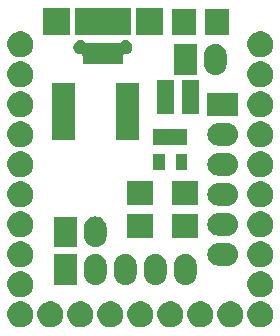
<source format=gbr>
G04 #@! TF.FileFunction,Soldermask,Top*
%FSLAX46Y46*%
G04 Gerber Fmt 4.6, Leading zero omitted, Abs format (unit mm)*
G04 Created by KiCad (PCBNEW 0.201509251832+6217~30~ubuntu14.04.1-product) date lun 05 ott 2015 22:04:02 CEST*
%MOMM*%
G01*
G04 APERTURE LIST*
%ADD10C,0.100000*%
G04 APERTURE END LIST*
D10*
G36*
X138545538Y-114470726D02*
X138756852Y-114514103D01*
X138955721Y-114597699D01*
X139134563Y-114718330D01*
X139286569Y-114871401D01*
X139405948Y-115051080D01*
X139488153Y-115250525D01*
X139529848Y-115461101D01*
X139529848Y-115461132D01*
X139530047Y-115462139D01*
X139526606Y-115708534D01*
X139526380Y-115709531D01*
X139526379Y-115709567D01*
X139478821Y-115918891D01*
X139391077Y-116115969D01*
X139266728Y-116292245D01*
X139110506Y-116441012D01*
X138928369Y-116556600D01*
X138727243Y-116634611D01*
X138514800Y-116672071D01*
X138299126Y-116667553D01*
X138088434Y-116621230D01*
X137890758Y-116534867D01*
X137713613Y-116411749D01*
X137563760Y-116256571D01*
X137446902Y-116075243D01*
X137367491Y-115874673D01*
X137328547Y-115662488D01*
X137331560Y-115446792D01*
X137376412Y-115235780D01*
X137461392Y-115037505D01*
X137583269Y-114859508D01*
X137737396Y-114708576D01*
X137917904Y-114590455D01*
X138117922Y-114509643D01*
X138329823Y-114469220D01*
X138545538Y-114470726D01*
X138545538Y-114470726D01*
G37*
G36*
X141085538Y-114470726D02*
X141296852Y-114514103D01*
X141495721Y-114597699D01*
X141674563Y-114718330D01*
X141826569Y-114871401D01*
X141945948Y-115051080D01*
X142028153Y-115250525D01*
X142069848Y-115461101D01*
X142069848Y-115461132D01*
X142070047Y-115462139D01*
X142066606Y-115708534D01*
X142066380Y-115709531D01*
X142066379Y-115709567D01*
X142018821Y-115918891D01*
X141931077Y-116115969D01*
X141806728Y-116292245D01*
X141650506Y-116441012D01*
X141468369Y-116556600D01*
X141267243Y-116634611D01*
X141054800Y-116672071D01*
X140839126Y-116667553D01*
X140628434Y-116621230D01*
X140430758Y-116534867D01*
X140253613Y-116411749D01*
X140103760Y-116256571D01*
X139986902Y-116075243D01*
X139907491Y-115874673D01*
X139868547Y-115662488D01*
X139871560Y-115446792D01*
X139916412Y-115235780D01*
X140001392Y-115037505D01*
X140123269Y-114859508D01*
X140277396Y-114708576D01*
X140457904Y-114590455D01*
X140657922Y-114509643D01*
X140869823Y-114469220D01*
X141085538Y-114470726D01*
X141085538Y-114470726D01*
G37*
G36*
X151245538Y-114470726D02*
X151456852Y-114514103D01*
X151655721Y-114597699D01*
X151834563Y-114718330D01*
X151986569Y-114871401D01*
X152105948Y-115051080D01*
X152188153Y-115250525D01*
X152229848Y-115461101D01*
X152229848Y-115461132D01*
X152230047Y-115462139D01*
X152226606Y-115708534D01*
X152226380Y-115709531D01*
X152226379Y-115709567D01*
X152178821Y-115918891D01*
X152091077Y-116115969D01*
X151966728Y-116292245D01*
X151810506Y-116441012D01*
X151628369Y-116556600D01*
X151427243Y-116634611D01*
X151214800Y-116672071D01*
X150999126Y-116667553D01*
X150788434Y-116621230D01*
X150590758Y-116534867D01*
X150413613Y-116411749D01*
X150263760Y-116256571D01*
X150146902Y-116075243D01*
X150067491Y-115874673D01*
X150028547Y-115662488D01*
X150031560Y-115446792D01*
X150076412Y-115235780D01*
X150161392Y-115037505D01*
X150283269Y-114859508D01*
X150437396Y-114708576D01*
X150617904Y-114590455D01*
X150817922Y-114509643D01*
X151029823Y-114469220D01*
X151245538Y-114470726D01*
X151245538Y-114470726D01*
G37*
G36*
X143625538Y-114470726D02*
X143836852Y-114514103D01*
X144035721Y-114597699D01*
X144214563Y-114718330D01*
X144366569Y-114871401D01*
X144485948Y-115051080D01*
X144568153Y-115250525D01*
X144609848Y-115461101D01*
X144609848Y-115461132D01*
X144610047Y-115462139D01*
X144606606Y-115708534D01*
X144606380Y-115709531D01*
X144606379Y-115709567D01*
X144558821Y-115918891D01*
X144471077Y-116115969D01*
X144346728Y-116292245D01*
X144190506Y-116441012D01*
X144008369Y-116556600D01*
X143807243Y-116634611D01*
X143594800Y-116672071D01*
X143379126Y-116667553D01*
X143168434Y-116621230D01*
X142970758Y-116534867D01*
X142793613Y-116411749D01*
X142643760Y-116256571D01*
X142526902Y-116075243D01*
X142447491Y-115874673D01*
X142408547Y-115662488D01*
X142411560Y-115446792D01*
X142456412Y-115235780D01*
X142541392Y-115037505D01*
X142663269Y-114859508D01*
X142817396Y-114708576D01*
X142997904Y-114590455D01*
X143197922Y-114509643D01*
X143409823Y-114469220D01*
X143625538Y-114470726D01*
X143625538Y-114470726D01*
G37*
G36*
X146165538Y-114470726D02*
X146376852Y-114514103D01*
X146575721Y-114597699D01*
X146754563Y-114718330D01*
X146906569Y-114871401D01*
X147025948Y-115051080D01*
X147108153Y-115250525D01*
X147149848Y-115461101D01*
X147149848Y-115461132D01*
X147150047Y-115462139D01*
X147146606Y-115708534D01*
X147146380Y-115709531D01*
X147146379Y-115709567D01*
X147098821Y-115918891D01*
X147011077Y-116115969D01*
X146886728Y-116292245D01*
X146730506Y-116441012D01*
X146548369Y-116556600D01*
X146347243Y-116634611D01*
X146134800Y-116672071D01*
X145919126Y-116667553D01*
X145708434Y-116621230D01*
X145510758Y-116534867D01*
X145333613Y-116411749D01*
X145183760Y-116256571D01*
X145066902Y-116075243D01*
X144987491Y-115874673D01*
X144948547Y-115662488D01*
X144951560Y-115446792D01*
X144996412Y-115235780D01*
X145081392Y-115037505D01*
X145203269Y-114859508D01*
X145357396Y-114708576D01*
X145537904Y-114590455D01*
X145737922Y-114509643D01*
X145949823Y-114469220D01*
X146165538Y-114470726D01*
X146165538Y-114470726D01*
G37*
G36*
X153785538Y-114470726D02*
X153996852Y-114514103D01*
X154195721Y-114597699D01*
X154374563Y-114718330D01*
X154526569Y-114871401D01*
X154645948Y-115051080D01*
X154728153Y-115250525D01*
X154769848Y-115461101D01*
X154769848Y-115461132D01*
X154770047Y-115462139D01*
X154766606Y-115708534D01*
X154766380Y-115709531D01*
X154766379Y-115709567D01*
X154718821Y-115918891D01*
X154631077Y-116115969D01*
X154506728Y-116292245D01*
X154350506Y-116441012D01*
X154168369Y-116556600D01*
X153967243Y-116634611D01*
X153754800Y-116672071D01*
X153539126Y-116667553D01*
X153328434Y-116621230D01*
X153130758Y-116534867D01*
X152953613Y-116411749D01*
X152803760Y-116256571D01*
X152686902Y-116075243D01*
X152607491Y-115874673D01*
X152568547Y-115662488D01*
X152571560Y-115446792D01*
X152616412Y-115235780D01*
X152701392Y-115037505D01*
X152823269Y-114859508D01*
X152977396Y-114708576D01*
X153157904Y-114590455D01*
X153357922Y-114509643D01*
X153569823Y-114469220D01*
X153785538Y-114470726D01*
X153785538Y-114470726D01*
G37*
G36*
X156325538Y-114470726D02*
X156536852Y-114514103D01*
X156735721Y-114597699D01*
X156914563Y-114718330D01*
X157066569Y-114871401D01*
X157185948Y-115051080D01*
X157268153Y-115250525D01*
X157309848Y-115461101D01*
X157309848Y-115461132D01*
X157310047Y-115462139D01*
X157306606Y-115708534D01*
X157306380Y-115709531D01*
X157306379Y-115709567D01*
X157258821Y-115918891D01*
X157171077Y-116115969D01*
X157046728Y-116292245D01*
X156890506Y-116441012D01*
X156708369Y-116556600D01*
X156507243Y-116634611D01*
X156294800Y-116672071D01*
X156079126Y-116667553D01*
X155868434Y-116621230D01*
X155670758Y-116534867D01*
X155493613Y-116411749D01*
X155343760Y-116256571D01*
X155226902Y-116075243D01*
X155147491Y-115874673D01*
X155108547Y-115662488D01*
X155111560Y-115446792D01*
X155156412Y-115235780D01*
X155241392Y-115037505D01*
X155363269Y-114859508D01*
X155517396Y-114708576D01*
X155697904Y-114590455D01*
X155897922Y-114509643D01*
X156109823Y-114469220D01*
X156325538Y-114470726D01*
X156325538Y-114470726D01*
G37*
G36*
X158865538Y-114470726D02*
X159076852Y-114514103D01*
X159275721Y-114597699D01*
X159454563Y-114718330D01*
X159606569Y-114871401D01*
X159725948Y-115051080D01*
X159808153Y-115250525D01*
X159849848Y-115461101D01*
X159849848Y-115461132D01*
X159850047Y-115462139D01*
X159846606Y-115708534D01*
X159846380Y-115709531D01*
X159846379Y-115709567D01*
X159798821Y-115918891D01*
X159711077Y-116115969D01*
X159586728Y-116292245D01*
X159430506Y-116441012D01*
X159248369Y-116556600D01*
X159047243Y-116634611D01*
X158834800Y-116672071D01*
X158619126Y-116667553D01*
X158408434Y-116621230D01*
X158210758Y-116534867D01*
X158033613Y-116411749D01*
X157883760Y-116256571D01*
X157766902Y-116075243D01*
X157687491Y-115874673D01*
X157648547Y-115662488D01*
X157651560Y-115446792D01*
X157696412Y-115235780D01*
X157781392Y-115037505D01*
X157903269Y-114859508D01*
X158057396Y-114708576D01*
X158237904Y-114590455D01*
X158437922Y-114509643D01*
X158649823Y-114469220D01*
X158865538Y-114470726D01*
X158865538Y-114470726D01*
G37*
G36*
X148705538Y-114470726D02*
X148916852Y-114514103D01*
X149115721Y-114597699D01*
X149294563Y-114718330D01*
X149446569Y-114871401D01*
X149565948Y-115051080D01*
X149648153Y-115250525D01*
X149689848Y-115461101D01*
X149689848Y-115461132D01*
X149690047Y-115462139D01*
X149686606Y-115708534D01*
X149686380Y-115709531D01*
X149686379Y-115709567D01*
X149638821Y-115918891D01*
X149551077Y-116115969D01*
X149426728Y-116292245D01*
X149270506Y-116441012D01*
X149088369Y-116556600D01*
X148887243Y-116634611D01*
X148674800Y-116672071D01*
X148459126Y-116667553D01*
X148248434Y-116621230D01*
X148050758Y-116534867D01*
X147873613Y-116411749D01*
X147723760Y-116256571D01*
X147606902Y-116075243D01*
X147527491Y-115874673D01*
X147488547Y-115662488D01*
X147491560Y-115446792D01*
X147536412Y-115235780D01*
X147621392Y-115037505D01*
X147743269Y-114859508D01*
X147897396Y-114708576D01*
X148077904Y-114590455D01*
X148277922Y-114509643D01*
X148489823Y-114469220D01*
X148705538Y-114470726D01*
X148705538Y-114470726D01*
G37*
G36*
X158865538Y-111930726D02*
X159076852Y-111974103D01*
X159275721Y-112057699D01*
X159454563Y-112178330D01*
X159606569Y-112331401D01*
X159725948Y-112511080D01*
X159808153Y-112710525D01*
X159849848Y-112921101D01*
X159849848Y-112921132D01*
X159850047Y-112922139D01*
X159846606Y-113168534D01*
X159846380Y-113169531D01*
X159846379Y-113169567D01*
X159798821Y-113378891D01*
X159711077Y-113575969D01*
X159586728Y-113752245D01*
X159430506Y-113901012D01*
X159248369Y-114016600D01*
X159047243Y-114094611D01*
X158834800Y-114132071D01*
X158619126Y-114127553D01*
X158408434Y-114081230D01*
X158210758Y-113994867D01*
X158033613Y-113871749D01*
X157883760Y-113716571D01*
X157766902Y-113535243D01*
X157687491Y-113334673D01*
X157648547Y-113122488D01*
X157651560Y-112906792D01*
X157696412Y-112695780D01*
X157781392Y-112497505D01*
X157903269Y-112319508D01*
X158057396Y-112168576D01*
X158237904Y-112050455D01*
X158437922Y-111969643D01*
X158649823Y-111929220D01*
X158865538Y-111930726D01*
X158865538Y-111930726D01*
G37*
G36*
X138545538Y-111930726D02*
X138756852Y-111974103D01*
X138955721Y-112057699D01*
X139134563Y-112178330D01*
X139286569Y-112331401D01*
X139405948Y-112511080D01*
X139488153Y-112710525D01*
X139529848Y-112921101D01*
X139529848Y-112921132D01*
X139530047Y-112922139D01*
X139526606Y-113168534D01*
X139526380Y-113169531D01*
X139526379Y-113169567D01*
X139478821Y-113378891D01*
X139391077Y-113575969D01*
X139266728Y-113752245D01*
X139110506Y-113901012D01*
X138928369Y-114016600D01*
X138727243Y-114094611D01*
X138514800Y-114132071D01*
X138299126Y-114127553D01*
X138088434Y-114081230D01*
X137890758Y-113994867D01*
X137713613Y-113871749D01*
X137563760Y-113716571D01*
X137446902Y-113535243D01*
X137367491Y-113334673D01*
X137328547Y-113122488D01*
X137331560Y-112906792D01*
X137376412Y-112695780D01*
X137461392Y-112497505D01*
X137583269Y-112319508D01*
X137737396Y-112168576D01*
X137917904Y-112050455D01*
X138117922Y-111969643D01*
X138329823Y-111929220D01*
X138545538Y-111930726D01*
X138545538Y-111930726D01*
G37*
G36*
X152593290Y-110473517D02*
X152593327Y-110473528D01*
X152593437Y-110473540D01*
X152772790Y-110529059D01*
X152937944Y-110618357D01*
X153082607Y-110738033D01*
X153201270Y-110883528D01*
X153289413Y-111049301D01*
X153343679Y-111229038D01*
X153362000Y-111415891D01*
X153362000Y-112104367D01*
X153361951Y-112111452D01*
X153361948Y-112111475D01*
X153361906Y-112117541D01*
X153340978Y-112304120D01*
X153284208Y-112483081D01*
X153193759Y-112647607D01*
X153073076Y-112791432D01*
X152926756Y-112909076D01*
X152760372Y-112996060D01*
X152580261Y-113049069D01*
X152580162Y-113049078D01*
X152580128Y-113049088D01*
X152393286Y-113066092D01*
X152206710Y-113046483D01*
X152206673Y-113046472D01*
X152206563Y-113046460D01*
X152027210Y-112990941D01*
X151862056Y-112901643D01*
X151717393Y-112781967D01*
X151598730Y-112636472D01*
X151510587Y-112470699D01*
X151456321Y-112290962D01*
X151438000Y-112104109D01*
X151438000Y-111415633D01*
X151438049Y-111408548D01*
X151438052Y-111408525D01*
X151438094Y-111402459D01*
X151459022Y-111215880D01*
X151515792Y-111036919D01*
X151606241Y-110872393D01*
X151726924Y-110728568D01*
X151873244Y-110610924D01*
X152039628Y-110523940D01*
X152219739Y-110470931D01*
X152219838Y-110470922D01*
X152219872Y-110470912D01*
X152406714Y-110453908D01*
X152593290Y-110473517D01*
X152593290Y-110473517D01*
G37*
G36*
X150053290Y-110473517D02*
X150053327Y-110473528D01*
X150053437Y-110473540D01*
X150232790Y-110529059D01*
X150397944Y-110618357D01*
X150542607Y-110738033D01*
X150661270Y-110883528D01*
X150749413Y-111049301D01*
X150803679Y-111229038D01*
X150822000Y-111415891D01*
X150822000Y-112104367D01*
X150821951Y-112111452D01*
X150821948Y-112111475D01*
X150821906Y-112117541D01*
X150800978Y-112304120D01*
X150744208Y-112483081D01*
X150653759Y-112647607D01*
X150533076Y-112791432D01*
X150386756Y-112909076D01*
X150220372Y-112996060D01*
X150040261Y-113049069D01*
X150040162Y-113049078D01*
X150040128Y-113049088D01*
X149853286Y-113066092D01*
X149666710Y-113046483D01*
X149666673Y-113046472D01*
X149666563Y-113046460D01*
X149487210Y-112990941D01*
X149322056Y-112901643D01*
X149177393Y-112781967D01*
X149058730Y-112636472D01*
X148970587Y-112470699D01*
X148916321Y-112290962D01*
X148898000Y-112104109D01*
X148898000Y-111415633D01*
X148898049Y-111408548D01*
X148898052Y-111408525D01*
X148898094Y-111402459D01*
X148919022Y-111215880D01*
X148975792Y-111036919D01*
X149066241Y-110872393D01*
X149186924Y-110728568D01*
X149333244Y-110610924D01*
X149499628Y-110523940D01*
X149679739Y-110470931D01*
X149679838Y-110470922D01*
X149679872Y-110470912D01*
X149866714Y-110453908D01*
X150053290Y-110473517D01*
X150053290Y-110473517D01*
G37*
G36*
X147513290Y-110473517D02*
X147513327Y-110473528D01*
X147513437Y-110473540D01*
X147692790Y-110529059D01*
X147857944Y-110618357D01*
X148002607Y-110738033D01*
X148121270Y-110883528D01*
X148209413Y-111049301D01*
X148263679Y-111229038D01*
X148282000Y-111415891D01*
X148282000Y-112104367D01*
X148281951Y-112111452D01*
X148281948Y-112111475D01*
X148281906Y-112117541D01*
X148260978Y-112304120D01*
X148204208Y-112483081D01*
X148113759Y-112647607D01*
X147993076Y-112791432D01*
X147846756Y-112909076D01*
X147680372Y-112996060D01*
X147500261Y-113049069D01*
X147500162Y-113049078D01*
X147500128Y-113049088D01*
X147313286Y-113066092D01*
X147126710Y-113046483D01*
X147126673Y-113046472D01*
X147126563Y-113046460D01*
X146947210Y-112990941D01*
X146782056Y-112901643D01*
X146637393Y-112781967D01*
X146518730Y-112636472D01*
X146430587Y-112470699D01*
X146376321Y-112290962D01*
X146358000Y-112104109D01*
X146358000Y-111415633D01*
X146358049Y-111408548D01*
X146358052Y-111408525D01*
X146358094Y-111402459D01*
X146379022Y-111215880D01*
X146435792Y-111036919D01*
X146526241Y-110872393D01*
X146646924Y-110728568D01*
X146793244Y-110610924D01*
X146959628Y-110523940D01*
X147139739Y-110470931D01*
X147139838Y-110470922D01*
X147139872Y-110470912D01*
X147326714Y-110453908D01*
X147513290Y-110473517D01*
X147513290Y-110473517D01*
G37*
G36*
X144973290Y-110473517D02*
X144973327Y-110473528D01*
X144973437Y-110473540D01*
X145152790Y-110529059D01*
X145317944Y-110618357D01*
X145462607Y-110738033D01*
X145581270Y-110883528D01*
X145669413Y-111049301D01*
X145723679Y-111229038D01*
X145742000Y-111415891D01*
X145742000Y-112104367D01*
X145741951Y-112111452D01*
X145741948Y-112111475D01*
X145741906Y-112117541D01*
X145720978Y-112304120D01*
X145664208Y-112483081D01*
X145573759Y-112647607D01*
X145453076Y-112791432D01*
X145306756Y-112909076D01*
X145140372Y-112996060D01*
X144960261Y-113049069D01*
X144960162Y-113049078D01*
X144960128Y-113049088D01*
X144773286Y-113066092D01*
X144586710Y-113046483D01*
X144586673Y-113046472D01*
X144586563Y-113046460D01*
X144407210Y-112990941D01*
X144242056Y-112901643D01*
X144097393Y-112781967D01*
X143978730Y-112636472D01*
X143890587Y-112470699D01*
X143836321Y-112290962D01*
X143818000Y-112104109D01*
X143818000Y-111415633D01*
X143818049Y-111408548D01*
X143818052Y-111408525D01*
X143818094Y-111402459D01*
X143839022Y-111215880D01*
X143895792Y-111036919D01*
X143986241Y-110872393D01*
X144106924Y-110728568D01*
X144253244Y-110610924D01*
X144419628Y-110523940D01*
X144599739Y-110470931D01*
X144599838Y-110470922D01*
X144599872Y-110470912D01*
X144786714Y-110453908D01*
X144973290Y-110473517D01*
X144973290Y-110473517D01*
G37*
G36*
X143202000Y-113059820D02*
X141278000Y-113059820D01*
X141278000Y-110460180D01*
X143202000Y-110460180D01*
X143202000Y-113059820D01*
X143202000Y-113059820D01*
G37*
G36*
X138545538Y-109390726D02*
X138756852Y-109434103D01*
X138955721Y-109517699D01*
X139134563Y-109638330D01*
X139286569Y-109791401D01*
X139405948Y-109971080D01*
X139488153Y-110170525D01*
X139529848Y-110381101D01*
X139529848Y-110381132D01*
X139530047Y-110382139D01*
X139526606Y-110628534D01*
X139526380Y-110629531D01*
X139526379Y-110629567D01*
X139478821Y-110838891D01*
X139391077Y-111035969D01*
X139266728Y-111212245D01*
X139110506Y-111361012D01*
X138928369Y-111476600D01*
X138727243Y-111554611D01*
X138514800Y-111592071D01*
X138299126Y-111587553D01*
X138088434Y-111541230D01*
X137890758Y-111454867D01*
X137713613Y-111331749D01*
X137563760Y-111176571D01*
X137446902Y-110995243D01*
X137367491Y-110794673D01*
X137328547Y-110582488D01*
X137331560Y-110366792D01*
X137376412Y-110155780D01*
X137461392Y-109957505D01*
X137583269Y-109779508D01*
X137737396Y-109628576D01*
X137917904Y-109510455D01*
X138117922Y-109429643D01*
X138329823Y-109389220D01*
X138545538Y-109390726D01*
X138545538Y-109390726D01*
G37*
G36*
X158865538Y-109390726D02*
X159076852Y-109434103D01*
X159275721Y-109517699D01*
X159454563Y-109638330D01*
X159606569Y-109791401D01*
X159725948Y-109971080D01*
X159808153Y-110170525D01*
X159849848Y-110381101D01*
X159849848Y-110381132D01*
X159850047Y-110382139D01*
X159846606Y-110628534D01*
X159846380Y-110629531D01*
X159846379Y-110629567D01*
X159798821Y-110838891D01*
X159711077Y-111035969D01*
X159586728Y-111212245D01*
X159430506Y-111361012D01*
X159248369Y-111476600D01*
X159047243Y-111554611D01*
X158834800Y-111592071D01*
X158619126Y-111587553D01*
X158408434Y-111541230D01*
X158210758Y-111454867D01*
X158033613Y-111331749D01*
X157883760Y-111176571D01*
X157766902Y-110995243D01*
X157687491Y-110794673D01*
X157648547Y-110582488D01*
X157651560Y-110366792D01*
X157696412Y-110155780D01*
X157781392Y-109957505D01*
X157903269Y-109779508D01*
X158057396Y-109628576D01*
X158237904Y-109510455D01*
X158437922Y-109429643D01*
X158649823Y-109389220D01*
X158865538Y-109390726D01*
X158865538Y-109390726D01*
G37*
G36*
X155926452Y-109528049D02*
X155926475Y-109528052D01*
X155932541Y-109528094D01*
X156119120Y-109549022D01*
X156298081Y-109605792D01*
X156462607Y-109696241D01*
X156606432Y-109816924D01*
X156724076Y-109963244D01*
X156811060Y-110129628D01*
X156864069Y-110309739D01*
X156864078Y-110309838D01*
X156864088Y-110309872D01*
X156881092Y-110496714D01*
X156861483Y-110683290D01*
X156861472Y-110683327D01*
X156861460Y-110683437D01*
X156805941Y-110862790D01*
X156716643Y-111027944D01*
X156596967Y-111172607D01*
X156451472Y-111291270D01*
X156285699Y-111379413D01*
X156105962Y-111433679D01*
X155919109Y-111452000D01*
X155230633Y-111452000D01*
X155223548Y-111451951D01*
X155223525Y-111451948D01*
X155217459Y-111451906D01*
X155030880Y-111430978D01*
X154851919Y-111374208D01*
X154687393Y-111283759D01*
X154543568Y-111163076D01*
X154425924Y-111016756D01*
X154338940Y-110850372D01*
X154285931Y-110670261D01*
X154285922Y-110670162D01*
X154285912Y-110670128D01*
X154268908Y-110483286D01*
X154288517Y-110296710D01*
X154288528Y-110296673D01*
X154288540Y-110296563D01*
X154344059Y-110117210D01*
X154433357Y-109952056D01*
X154553033Y-109807393D01*
X154698528Y-109688730D01*
X154864301Y-109600587D01*
X155044038Y-109546321D01*
X155230891Y-109528000D01*
X155919367Y-109528000D01*
X155926452Y-109528049D01*
X155926452Y-109528049D01*
G37*
G36*
X144973290Y-107298517D02*
X144973327Y-107298528D01*
X144973437Y-107298540D01*
X145152790Y-107354059D01*
X145317944Y-107443357D01*
X145462607Y-107563033D01*
X145581270Y-107708528D01*
X145669413Y-107874301D01*
X145723679Y-108054038D01*
X145742000Y-108240891D01*
X145742000Y-108929367D01*
X145741951Y-108936452D01*
X145741948Y-108936475D01*
X145741906Y-108942541D01*
X145720978Y-109129120D01*
X145664208Y-109308081D01*
X145573759Y-109472607D01*
X145453076Y-109616432D01*
X145306756Y-109734076D01*
X145140372Y-109821060D01*
X144960261Y-109874069D01*
X144960162Y-109874078D01*
X144960128Y-109874088D01*
X144773286Y-109891092D01*
X144586710Y-109871483D01*
X144586673Y-109871472D01*
X144586563Y-109871460D01*
X144407210Y-109815941D01*
X144242056Y-109726643D01*
X144097393Y-109606967D01*
X143978730Y-109461472D01*
X143890587Y-109295699D01*
X143836321Y-109115962D01*
X143818000Y-108929109D01*
X143818000Y-108240633D01*
X143818049Y-108233548D01*
X143818052Y-108233525D01*
X143818094Y-108227459D01*
X143839022Y-108040880D01*
X143895792Y-107861919D01*
X143986241Y-107697393D01*
X144106924Y-107553568D01*
X144253244Y-107435924D01*
X144419628Y-107348940D01*
X144599739Y-107295931D01*
X144599838Y-107295922D01*
X144599872Y-107295912D01*
X144786714Y-107278908D01*
X144973290Y-107298517D01*
X144973290Y-107298517D01*
G37*
G36*
X143202000Y-109884820D02*
X141278000Y-109884820D01*
X141278000Y-107285180D01*
X143202000Y-107285180D01*
X143202000Y-109884820D01*
X143202000Y-109884820D01*
G37*
G36*
X149691700Y-109077100D02*
X147488300Y-109077100D01*
X147488300Y-107076900D01*
X149691700Y-107076900D01*
X149691700Y-109077100D01*
X149691700Y-109077100D01*
G37*
G36*
X153501700Y-109077100D02*
X151298300Y-109077100D01*
X151298300Y-107076900D01*
X153501700Y-107076900D01*
X153501700Y-109077100D01*
X153501700Y-109077100D01*
G37*
G36*
X138545538Y-106850726D02*
X138756852Y-106894103D01*
X138955721Y-106977699D01*
X139134563Y-107098330D01*
X139286569Y-107251401D01*
X139405948Y-107431080D01*
X139488153Y-107630525D01*
X139529848Y-107841101D01*
X139529848Y-107841132D01*
X139530047Y-107842139D01*
X139526606Y-108088534D01*
X139526380Y-108089531D01*
X139526379Y-108089567D01*
X139478821Y-108298891D01*
X139391077Y-108495969D01*
X139266728Y-108672245D01*
X139110506Y-108821012D01*
X138928369Y-108936600D01*
X138727243Y-109014611D01*
X138514800Y-109052071D01*
X138299126Y-109047553D01*
X138088434Y-109001230D01*
X137890758Y-108914867D01*
X137713613Y-108791749D01*
X137563760Y-108636571D01*
X137446902Y-108455243D01*
X137367491Y-108254673D01*
X137328547Y-108042488D01*
X137331560Y-107826792D01*
X137376412Y-107615780D01*
X137461392Y-107417505D01*
X137583269Y-107239508D01*
X137737396Y-107088576D01*
X137917904Y-106970455D01*
X138117922Y-106889643D01*
X138329823Y-106849220D01*
X138545538Y-106850726D01*
X138545538Y-106850726D01*
G37*
G36*
X158865538Y-106850726D02*
X159076852Y-106894103D01*
X159275721Y-106977699D01*
X159454563Y-107098330D01*
X159606569Y-107251401D01*
X159725948Y-107431080D01*
X159808153Y-107630525D01*
X159849848Y-107841101D01*
X159849848Y-107841132D01*
X159850047Y-107842139D01*
X159846606Y-108088534D01*
X159846380Y-108089531D01*
X159846379Y-108089567D01*
X159798821Y-108298891D01*
X159711077Y-108495969D01*
X159586728Y-108672245D01*
X159430506Y-108821012D01*
X159248369Y-108936600D01*
X159047243Y-109014611D01*
X158834800Y-109052071D01*
X158619126Y-109047553D01*
X158408434Y-109001230D01*
X158210758Y-108914867D01*
X158033613Y-108791749D01*
X157883760Y-108636571D01*
X157766902Y-108455243D01*
X157687491Y-108254673D01*
X157648547Y-108042488D01*
X157651560Y-107826792D01*
X157696412Y-107615780D01*
X157781392Y-107417505D01*
X157903269Y-107239508D01*
X158057396Y-107088576D01*
X158237904Y-106970455D01*
X158437922Y-106889643D01*
X158649823Y-106849220D01*
X158865538Y-106850726D01*
X158865538Y-106850726D01*
G37*
G36*
X155926452Y-106988049D02*
X155926475Y-106988052D01*
X155932541Y-106988094D01*
X156119120Y-107009022D01*
X156298081Y-107065792D01*
X156462607Y-107156241D01*
X156606432Y-107276924D01*
X156724076Y-107423244D01*
X156811060Y-107589628D01*
X156864069Y-107769739D01*
X156864078Y-107769838D01*
X156864088Y-107769872D01*
X156881092Y-107956714D01*
X156861483Y-108143290D01*
X156861472Y-108143327D01*
X156861460Y-108143437D01*
X156805941Y-108322790D01*
X156716643Y-108487944D01*
X156596967Y-108632607D01*
X156451472Y-108751270D01*
X156285699Y-108839413D01*
X156105962Y-108893679D01*
X155919109Y-108912000D01*
X155230633Y-108912000D01*
X155223548Y-108911951D01*
X155223525Y-108911948D01*
X155217459Y-108911906D01*
X155030880Y-108890978D01*
X154851919Y-108834208D01*
X154687393Y-108743759D01*
X154543568Y-108623076D01*
X154425924Y-108476756D01*
X154338940Y-108310372D01*
X154285931Y-108130261D01*
X154285922Y-108130162D01*
X154285912Y-108130128D01*
X154268908Y-107943286D01*
X154288517Y-107756710D01*
X154288528Y-107756673D01*
X154288540Y-107756563D01*
X154344059Y-107577210D01*
X154433357Y-107412056D01*
X154553033Y-107267393D01*
X154698528Y-107148730D01*
X154864301Y-107060587D01*
X155044038Y-107006321D01*
X155230891Y-106988000D01*
X155919367Y-106988000D01*
X155926452Y-106988049D01*
X155926452Y-106988049D01*
G37*
G36*
X138545538Y-104310726D02*
X138756852Y-104354103D01*
X138955721Y-104437699D01*
X139134563Y-104558330D01*
X139286569Y-104711401D01*
X139405948Y-104891080D01*
X139488153Y-105090525D01*
X139529848Y-105301101D01*
X139529848Y-105301132D01*
X139530047Y-105302139D01*
X139526606Y-105548534D01*
X139526380Y-105549531D01*
X139526379Y-105549567D01*
X139478821Y-105758891D01*
X139391077Y-105955969D01*
X139266728Y-106132245D01*
X139110506Y-106281012D01*
X138928369Y-106396600D01*
X138727243Y-106474611D01*
X138514800Y-106512071D01*
X138299126Y-106507553D01*
X138088434Y-106461230D01*
X137890758Y-106374867D01*
X137713613Y-106251749D01*
X137563760Y-106096571D01*
X137446902Y-105915243D01*
X137367491Y-105714673D01*
X137328547Y-105502488D01*
X137331560Y-105286792D01*
X137376412Y-105075780D01*
X137461392Y-104877505D01*
X137583269Y-104699508D01*
X137737396Y-104548576D01*
X137917904Y-104430455D01*
X138117922Y-104349643D01*
X138329823Y-104309220D01*
X138545538Y-104310726D01*
X138545538Y-104310726D01*
G37*
G36*
X158865538Y-104310726D02*
X159076852Y-104354103D01*
X159275721Y-104437699D01*
X159454563Y-104558330D01*
X159606569Y-104711401D01*
X159725948Y-104891080D01*
X159808153Y-105090525D01*
X159849848Y-105301101D01*
X159849848Y-105301132D01*
X159850047Y-105302139D01*
X159846606Y-105548534D01*
X159846380Y-105549531D01*
X159846379Y-105549567D01*
X159798821Y-105758891D01*
X159711077Y-105955969D01*
X159586728Y-106132245D01*
X159430506Y-106281012D01*
X159248369Y-106396600D01*
X159047243Y-106474611D01*
X158834800Y-106512071D01*
X158619126Y-106507553D01*
X158408434Y-106461230D01*
X158210758Y-106374867D01*
X158033613Y-106251749D01*
X157883760Y-106096571D01*
X157766902Y-105915243D01*
X157687491Y-105714673D01*
X157648547Y-105502488D01*
X157651560Y-105286792D01*
X157696412Y-105075780D01*
X157781392Y-104877505D01*
X157903269Y-104699508D01*
X158057396Y-104548576D01*
X158237904Y-104430455D01*
X158437922Y-104349643D01*
X158649823Y-104309220D01*
X158865538Y-104310726D01*
X158865538Y-104310726D01*
G37*
G36*
X155926452Y-104448049D02*
X155926475Y-104448052D01*
X155932541Y-104448094D01*
X156119120Y-104469022D01*
X156298081Y-104525792D01*
X156462607Y-104616241D01*
X156606432Y-104736924D01*
X156724076Y-104883244D01*
X156811060Y-105049628D01*
X156864069Y-105229739D01*
X156864078Y-105229838D01*
X156864088Y-105229872D01*
X156881092Y-105416714D01*
X156861483Y-105603290D01*
X156861472Y-105603327D01*
X156861460Y-105603437D01*
X156805941Y-105782790D01*
X156716643Y-105947944D01*
X156596967Y-106092607D01*
X156451472Y-106211270D01*
X156285699Y-106299413D01*
X156105962Y-106353679D01*
X155919109Y-106372000D01*
X155230633Y-106372000D01*
X155223548Y-106371951D01*
X155223525Y-106371948D01*
X155217459Y-106371906D01*
X155030880Y-106350978D01*
X154851919Y-106294208D01*
X154687393Y-106203759D01*
X154543568Y-106083076D01*
X154425924Y-105936756D01*
X154338940Y-105770372D01*
X154285931Y-105590261D01*
X154285922Y-105590162D01*
X154285912Y-105590128D01*
X154268908Y-105403286D01*
X154288517Y-105216710D01*
X154288528Y-105216673D01*
X154288540Y-105216563D01*
X154344059Y-105037210D01*
X154433357Y-104872056D01*
X154553033Y-104727393D01*
X154698528Y-104608730D01*
X154864301Y-104520587D01*
X155044038Y-104466321D01*
X155230891Y-104448000D01*
X155919367Y-104448000D01*
X155926452Y-104448049D01*
X155926452Y-104448049D01*
G37*
G36*
X153501700Y-106283100D02*
X151298300Y-106283100D01*
X151298300Y-104282900D01*
X153501700Y-104282900D01*
X153501700Y-106283100D01*
X153501700Y-106283100D01*
G37*
G36*
X149691700Y-106283100D02*
X147488300Y-106283100D01*
X147488300Y-104282900D01*
X149691700Y-104282900D01*
X149691700Y-106283100D01*
X149691700Y-106283100D01*
G37*
G36*
X138545538Y-101770726D02*
X138756852Y-101814103D01*
X138955721Y-101897699D01*
X139134563Y-102018330D01*
X139286569Y-102171401D01*
X139405948Y-102351080D01*
X139488153Y-102550525D01*
X139529848Y-102761101D01*
X139529848Y-102761132D01*
X139530047Y-102762139D01*
X139526606Y-103008534D01*
X139526380Y-103009531D01*
X139526379Y-103009567D01*
X139478821Y-103218891D01*
X139391077Y-103415969D01*
X139266728Y-103592245D01*
X139110506Y-103741012D01*
X138928369Y-103856600D01*
X138727243Y-103934611D01*
X138514800Y-103972071D01*
X138299126Y-103967553D01*
X138088434Y-103921230D01*
X137890758Y-103834867D01*
X137713613Y-103711749D01*
X137563760Y-103556571D01*
X137446902Y-103375243D01*
X137367491Y-103174673D01*
X137328547Y-102962488D01*
X137331560Y-102746792D01*
X137376412Y-102535780D01*
X137461392Y-102337505D01*
X137583269Y-102159508D01*
X137737396Y-102008576D01*
X137917904Y-101890455D01*
X138117922Y-101809643D01*
X138329823Y-101769220D01*
X138545538Y-101770726D01*
X138545538Y-101770726D01*
G37*
G36*
X158865538Y-101770726D02*
X159076852Y-101814103D01*
X159275721Y-101897699D01*
X159454563Y-102018330D01*
X159606569Y-102171401D01*
X159725948Y-102351080D01*
X159808153Y-102550525D01*
X159849848Y-102761101D01*
X159849848Y-102761132D01*
X159850047Y-102762139D01*
X159846606Y-103008534D01*
X159846380Y-103009531D01*
X159846379Y-103009567D01*
X159798821Y-103218891D01*
X159711077Y-103415969D01*
X159586728Y-103592245D01*
X159430506Y-103741012D01*
X159248369Y-103856600D01*
X159047243Y-103934611D01*
X158834800Y-103972071D01*
X158619126Y-103967553D01*
X158408434Y-103921230D01*
X158210758Y-103834867D01*
X158033613Y-103711749D01*
X157883760Y-103556571D01*
X157766902Y-103375243D01*
X157687491Y-103174673D01*
X157648547Y-102962488D01*
X157651560Y-102746792D01*
X157696412Y-102535780D01*
X157781392Y-102337505D01*
X157903269Y-102159508D01*
X158057396Y-102008576D01*
X158237904Y-101890455D01*
X158437922Y-101809643D01*
X158649823Y-101769220D01*
X158865538Y-101770726D01*
X158865538Y-101770726D01*
G37*
G36*
X155926452Y-101908049D02*
X155926475Y-101908052D01*
X155932541Y-101908094D01*
X156119120Y-101929022D01*
X156298081Y-101985792D01*
X156462607Y-102076241D01*
X156606432Y-102196924D01*
X156724076Y-102343244D01*
X156811060Y-102509628D01*
X156864069Y-102689739D01*
X156864078Y-102689838D01*
X156864088Y-102689872D01*
X156881092Y-102876714D01*
X156861483Y-103063290D01*
X156861472Y-103063327D01*
X156861460Y-103063437D01*
X156805941Y-103242790D01*
X156716643Y-103407944D01*
X156596967Y-103552607D01*
X156451472Y-103671270D01*
X156285699Y-103759413D01*
X156105962Y-103813679D01*
X155919109Y-103832000D01*
X155230633Y-103832000D01*
X155223548Y-103831951D01*
X155223525Y-103831948D01*
X155217459Y-103831906D01*
X155030880Y-103810978D01*
X154851919Y-103754208D01*
X154687393Y-103663759D01*
X154543568Y-103543076D01*
X154425924Y-103396756D01*
X154338940Y-103230372D01*
X154285931Y-103050261D01*
X154285922Y-103050162D01*
X154285912Y-103050128D01*
X154268908Y-102863286D01*
X154288517Y-102676710D01*
X154288528Y-102676673D01*
X154288540Y-102676563D01*
X154344059Y-102497210D01*
X154433357Y-102332056D01*
X154553033Y-102187393D01*
X154698528Y-102068730D01*
X154864301Y-101980587D01*
X155044038Y-101926321D01*
X155230891Y-101908000D01*
X155919367Y-101908000D01*
X155926452Y-101908049D01*
X155926452Y-101908049D01*
G37*
G36*
X150677220Y-103357020D02*
X149677780Y-103357020D01*
X149677780Y-101956260D01*
X150677220Y-101956260D01*
X150677220Y-103357020D01*
X150677220Y-103357020D01*
G37*
G36*
X152582220Y-103357020D02*
X151582780Y-103357020D01*
X151582780Y-101956260D01*
X152582220Y-101956260D01*
X152582220Y-103357020D01*
X152582220Y-103357020D01*
G37*
G36*
X158865538Y-99230726D02*
X159076852Y-99274103D01*
X159275721Y-99357699D01*
X159454563Y-99478330D01*
X159606569Y-99631401D01*
X159725948Y-99811080D01*
X159808153Y-100010525D01*
X159849848Y-100221101D01*
X159849848Y-100221132D01*
X159850047Y-100222139D01*
X159846606Y-100468534D01*
X159846380Y-100469531D01*
X159846379Y-100469567D01*
X159798821Y-100678891D01*
X159711077Y-100875969D01*
X159586728Y-101052245D01*
X159430506Y-101201012D01*
X159248369Y-101316600D01*
X159047243Y-101394611D01*
X158834800Y-101432071D01*
X158619126Y-101427553D01*
X158408434Y-101381230D01*
X158210758Y-101294867D01*
X158033613Y-101171749D01*
X157883760Y-101016571D01*
X157766902Y-100835243D01*
X157687491Y-100634673D01*
X157648547Y-100422488D01*
X157651560Y-100206792D01*
X157696412Y-99995780D01*
X157781392Y-99797505D01*
X157903269Y-99619508D01*
X158057396Y-99468576D01*
X158237904Y-99350455D01*
X158437922Y-99269643D01*
X158649823Y-99229220D01*
X158865538Y-99230726D01*
X158865538Y-99230726D01*
G37*
G36*
X138545538Y-99230726D02*
X138756852Y-99274103D01*
X138955721Y-99357699D01*
X139134563Y-99478330D01*
X139286569Y-99631401D01*
X139405948Y-99811080D01*
X139488153Y-100010525D01*
X139529848Y-100221101D01*
X139529848Y-100221132D01*
X139530047Y-100222139D01*
X139526606Y-100468534D01*
X139526380Y-100469531D01*
X139526379Y-100469567D01*
X139478821Y-100678891D01*
X139391077Y-100875969D01*
X139266728Y-101052245D01*
X139110506Y-101201012D01*
X138928369Y-101316600D01*
X138727243Y-101394611D01*
X138514800Y-101432071D01*
X138299126Y-101427553D01*
X138088434Y-101381230D01*
X137890758Y-101294867D01*
X137713613Y-101171749D01*
X137563760Y-101016571D01*
X137446902Y-100835243D01*
X137367491Y-100634673D01*
X137328547Y-100422488D01*
X137331560Y-100206792D01*
X137376412Y-99995780D01*
X137461392Y-99797505D01*
X137583269Y-99619508D01*
X137737396Y-99468576D01*
X137917904Y-99350455D01*
X138117922Y-99269643D01*
X138329823Y-99229220D01*
X138545538Y-99230726D01*
X138545538Y-99230726D01*
G37*
G36*
X155926452Y-99368049D02*
X155926475Y-99368052D01*
X155932541Y-99368094D01*
X156119120Y-99389022D01*
X156298081Y-99445792D01*
X156462607Y-99536241D01*
X156606432Y-99656924D01*
X156724076Y-99803244D01*
X156811060Y-99969628D01*
X156864069Y-100149739D01*
X156864078Y-100149838D01*
X156864088Y-100149872D01*
X156881092Y-100336714D01*
X156861483Y-100523290D01*
X156861472Y-100523327D01*
X156861460Y-100523437D01*
X156805941Y-100702790D01*
X156716643Y-100867944D01*
X156596967Y-101012607D01*
X156451472Y-101131270D01*
X156285699Y-101219413D01*
X156105962Y-101273679D01*
X155919109Y-101292000D01*
X155230633Y-101292000D01*
X155223548Y-101291951D01*
X155223525Y-101291948D01*
X155217459Y-101291906D01*
X155030880Y-101270978D01*
X154851919Y-101214208D01*
X154687393Y-101123759D01*
X154543568Y-101003076D01*
X154425924Y-100856756D01*
X154338940Y-100690372D01*
X154285931Y-100510261D01*
X154285922Y-100510162D01*
X154285912Y-100510128D01*
X154268908Y-100323286D01*
X154288517Y-100136710D01*
X154288528Y-100136673D01*
X154288540Y-100136563D01*
X154344059Y-99957210D01*
X154433357Y-99792056D01*
X154553033Y-99647393D01*
X154698528Y-99528730D01*
X154864301Y-99440587D01*
X155044038Y-99386321D01*
X155230891Y-99368000D01*
X155919367Y-99368000D01*
X155926452Y-99368049D01*
X155926452Y-99368049D01*
G37*
G36*
X152582220Y-101243740D02*
X149677780Y-101243740D01*
X149677780Y-99842980D01*
X152582220Y-99842980D01*
X152582220Y-101243740D01*
X152582220Y-101243740D01*
G37*
G36*
X143055000Y-100830000D02*
X141105000Y-100830000D01*
X141105000Y-96020000D01*
X143055000Y-96020000D01*
X143055000Y-100830000D01*
X143055000Y-100830000D01*
G37*
G36*
X148455000Y-100830000D02*
X146505000Y-100830000D01*
X146505000Y-96020000D01*
X148455000Y-96020000D01*
X148455000Y-100830000D01*
X148455000Y-100830000D01*
G37*
G36*
X158865538Y-96690726D02*
X159076852Y-96734103D01*
X159275721Y-96817699D01*
X159454563Y-96938330D01*
X159606569Y-97091401D01*
X159725948Y-97271080D01*
X159808153Y-97470525D01*
X159849848Y-97681101D01*
X159849848Y-97681132D01*
X159850047Y-97682139D01*
X159846606Y-97928534D01*
X159846380Y-97929531D01*
X159846379Y-97929567D01*
X159798821Y-98138891D01*
X159711077Y-98335969D01*
X159586728Y-98512245D01*
X159430506Y-98661012D01*
X159248369Y-98776600D01*
X159047243Y-98854611D01*
X158834800Y-98892071D01*
X158619126Y-98887553D01*
X158408434Y-98841230D01*
X158210758Y-98754867D01*
X158033613Y-98631749D01*
X157883760Y-98476571D01*
X157766902Y-98295243D01*
X157687491Y-98094673D01*
X157648547Y-97882488D01*
X157651560Y-97666792D01*
X157696412Y-97455780D01*
X157781392Y-97257505D01*
X157903269Y-97079508D01*
X158057396Y-96928576D01*
X158237904Y-96810455D01*
X158437922Y-96729643D01*
X158649823Y-96689220D01*
X158865538Y-96690726D01*
X158865538Y-96690726D01*
G37*
G36*
X138545538Y-96690726D02*
X138756852Y-96734103D01*
X138955721Y-96817699D01*
X139134563Y-96938330D01*
X139286569Y-97091401D01*
X139405948Y-97271080D01*
X139488153Y-97470525D01*
X139529848Y-97681101D01*
X139529848Y-97681132D01*
X139530047Y-97682139D01*
X139526606Y-97928534D01*
X139526380Y-97929531D01*
X139526379Y-97929567D01*
X139478821Y-98138891D01*
X139391077Y-98335969D01*
X139266728Y-98512245D01*
X139110506Y-98661012D01*
X138928369Y-98776600D01*
X138727243Y-98854611D01*
X138514800Y-98892071D01*
X138299126Y-98887553D01*
X138088434Y-98841230D01*
X137890758Y-98754867D01*
X137713613Y-98631749D01*
X137563760Y-98476571D01*
X137446902Y-98295243D01*
X137367491Y-98094673D01*
X137328547Y-97882488D01*
X137331560Y-97666792D01*
X137376412Y-97455780D01*
X137461392Y-97257505D01*
X137583269Y-97079508D01*
X137737396Y-96928576D01*
X137917904Y-96810455D01*
X138117922Y-96729643D01*
X138329823Y-96689220D01*
X138545538Y-96690726D01*
X138545538Y-96690726D01*
G37*
G36*
X156874820Y-98752000D02*
X154275180Y-98752000D01*
X154275180Y-96828000D01*
X156874820Y-96828000D01*
X156874820Y-98752000D01*
X156874820Y-98752000D01*
G37*
G36*
X151408740Y-98607220D02*
X150007980Y-98607220D01*
X150007980Y-95702780D01*
X151408740Y-95702780D01*
X151408740Y-98607220D01*
X151408740Y-98607220D01*
G37*
G36*
X153522020Y-98607220D02*
X152121260Y-98607220D01*
X152121260Y-95702780D01*
X153522020Y-95702780D01*
X153522020Y-98607220D01*
X153522020Y-98607220D01*
G37*
G36*
X138545538Y-94150726D02*
X138756852Y-94194103D01*
X138955721Y-94277699D01*
X139134563Y-94398330D01*
X139286569Y-94551401D01*
X139405948Y-94731080D01*
X139488153Y-94930525D01*
X139529848Y-95141101D01*
X139529848Y-95141132D01*
X139530047Y-95142139D01*
X139526606Y-95388534D01*
X139526380Y-95389531D01*
X139526379Y-95389567D01*
X139478821Y-95598891D01*
X139391077Y-95795969D01*
X139266728Y-95972245D01*
X139110506Y-96121012D01*
X138928369Y-96236600D01*
X138727243Y-96314611D01*
X138514800Y-96352071D01*
X138299126Y-96347553D01*
X138088434Y-96301230D01*
X137890758Y-96214867D01*
X137713613Y-96091749D01*
X137563760Y-95936571D01*
X137446902Y-95755243D01*
X137367491Y-95554673D01*
X137328547Y-95342488D01*
X137331560Y-95126792D01*
X137376412Y-94915780D01*
X137461392Y-94717505D01*
X137583269Y-94539508D01*
X137737396Y-94388576D01*
X137917904Y-94270455D01*
X138117922Y-94189643D01*
X138329823Y-94149220D01*
X138545538Y-94150726D01*
X138545538Y-94150726D01*
G37*
G36*
X158865538Y-94150726D02*
X159076852Y-94194103D01*
X159275721Y-94277699D01*
X159454563Y-94398330D01*
X159606569Y-94551401D01*
X159725948Y-94731080D01*
X159808153Y-94930525D01*
X159849848Y-95141101D01*
X159849848Y-95141132D01*
X159850047Y-95142139D01*
X159846606Y-95388534D01*
X159846380Y-95389531D01*
X159846379Y-95389567D01*
X159798821Y-95598891D01*
X159711077Y-95795969D01*
X159586728Y-95972245D01*
X159430506Y-96121012D01*
X159248369Y-96236600D01*
X159047243Y-96314611D01*
X158834800Y-96352071D01*
X158619126Y-96347553D01*
X158408434Y-96301230D01*
X158210758Y-96214867D01*
X158033613Y-96091749D01*
X157883760Y-95936571D01*
X157766902Y-95755243D01*
X157687491Y-95554673D01*
X157648547Y-95342488D01*
X157651560Y-95126792D01*
X157696412Y-94915780D01*
X157781392Y-94717505D01*
X157903269Y-94539508D01*
X158057396Y-94388576D01*
X158237904Y-94270455D01*
X158437922Y-94189643D01*
X158649823Y-94149220D01*
X158865538Y-94150726D01*
X158865538Y-94150726D01*
G37*
G36*
X155133290Y-92693517D02*
X155133327Y-92693528D01*
X155133437Y-92693540D01*
X155312790Y-92749059D01*
X155477944Y-92838357D01*
X155622607Y-92958033D01*
X155741270Y-93103528D01*
X155829413Y-93269301D01*
X155883679Y-93449038D01*
X155902000Y-93635891D01*
X155902000Y-94324367D01*
X155901951Y-94331452D01*
X155901948Y-94331475D01*
X155901906Y-94337541D01*
X155880978Y-94524120D01*
X155824208Y-94703081D01*
X155733759Y-94867607D01*
X155613076Y-95011432D01*
X155466756Y-95129076D01*
X155300372Y-95216060D01*
X155120261Y-95269069D01*
X155120162Y-95269078D01*
X155120128Y-95269088D01*
X154933286Y-95286092D01*
X154746710Y-95266483D01*
X154746673Y-95266472D01*
X154746563Y-95266460D01*
X154567210Y-95210941D01*
X154402056Y-95121643D01*
X154257393Y-95001967D01*
X154138730Y-94856472D01*
X154050587Y-94690699D01*
X153996321Y-94510962D01*
X153978000Y-94324109D01*
X153978000Y-93635633D01*
X153978049Y-93628548D01*
X153978052Y-93628525D01*
X153978094Y-93622459D01*
X153999022Y-93435880D01*
X154055792Y-93256919D01*
X154146241Y-93092393D01*
X154266924Y-92948568D01*
X154413244Y-92830924D01*
X154579628Y-92743940D01*
X154759739Y-92690931D01*
X154759838Y-92690922D01*
X154759872Y-92690912D01*
X154946714Y-92673908D01*
X155133290Y-92693517D01*
X155133290Y-92693517D01*
G37*
G36*
X153362000Y-95279820D02*
X151438000Y-95279820D01*
X151438000Y-92680180D01*
X153362000Y-92680180D01*
X153362000Y-95279820D01*
X153362000Y-95279820D01*
G37*
G36*
X143580513Y-92352912D02*
X143695545Y-92376525D01*
X143803791Y-92422028D01*
X143901149Y-92487696D01*
X143975151Y-92562216D01*
X144008811Y-92587683D01*
X144048233Y-92602765D01*
X144081586Y-92606520D01*
X146166090Y-92606520D01*
X146175026Y-92605250D01*
X146753817Y-92605250D01*
X146795606Y-92599311D01*
X146834086Y-92581966D01*
X146858767Y-92562421D01*
X146937904Y-92484924D01*
X147036164Y-92420625D01*
X147145040Y-92376636D01*
X147260388Y-92354633D01*
X147377813Y-92355452D01*
X147492845Y-92379065D01*
X147601091Y-92424568D01*
X147698449Y-92490236D01*
X147781191Y-92573558D01*
X147846174Y-92671366D01*
X147890924Y-92779938D01*
X147913527Y-92894088D01*
X147913526Y-92894124D01*
X147913725Y-92895127D01*
X147911853Y-93029250D01*
X147911625Y-93030252D01*
X147911625Y-93030283D01*
X147885844Y-93143759D01*
X147838082Y-93251035D01*
X147770388Y-93346996D01*
X147685356Y-93427973D01*
X147586208Y-93490893D01*
X147476723Y-93533359D01*
X147361081Y-93553750D01*
X147268011Y-93551801D01*
X147226106Y-93556863D01*
X147187272Y-93573399D01*
X147154581Y-93600100D01*
X147130624Y-93634851D01*
X147117296Y-93674900D01*
X147114870Y-93701768D01*
X147114870Y-94353990D01*
X146182013Y-94353990D01*
X146166090Y-94352720D01*
X143715130Y-94352720D01*
X143715130Y-93701271D01*
X143709191Y-93659482D01*
X143691846Y-93621002D01*
X143664467Y-93588878D01*
X143629222Y-93565653D01*
X143568271Y-93551304D01*
X143446378Y-93548751D01*
X143331689Y-93523535D01*
X143224086Y-93476524D01*
X143127653Y-93409502D01*
X143046084Y-93325035D01*
X142982474Y-93226331D01*
X142939245Y-93117147D01*
X142918046Y-93001644D01*
X142919686Y-92884231D01*
X142944100Y-92769368D01*
X142990358Y-92661441D01*
X143056704Y-92564545D01*
X143140604Y-92482384D01*
X143238864Y-92418085D01*
X143347740Y-92374096D01*
X143463088Y-92352093D01*
X143580513Y-92352912D01*
X143580513Y-92352912D01*
G37*
G36*
X158865538Y-91610726D02*
X159076852Y-91654103D01*
X159275721Y-91737699D01*
X159454563Y-91858330D01*
X159606569Y-92011401D01*
X159725948Y-92191080D01*
X159808153Y-92390525D01*
X159849848Y-92601101D01*
X159849848Y-92601132D01*
X159850047Y-92602139D01*
X159846606Y-92848534D01*
X159846380Y-92849531D01*
X159846379Y-92849567D01*
X159798821Y-93058891D01*
X159711077Y-93255969D01*
X159586728Y-93432245D01*
X159430506Y-93581012D01*
X159248369Y-93696600D01*
X159047243Y-93774611D01*
X158834800Y-93812071D01*
X158619126Y-93807553D01*
X158408434Y-93761230D01*
X158210758Y-93674867D01*
X158033613Y-93551749D01*
X157883760Y-93396571D01*
X157766902Y-93215243D01*
X157687491Y-93014673D01*
X157648547Y-92802488D01*
X157651560Y-92586792D01*
X157696412Y-92375780D01*
X157781392Y-92177505D01*
X157903269Y-91999508D01*
X158057396Y-91848576D01*
X158237904Y-91730455D01*
X158437922Y-91649643D01*
X158649823Y-91609220D01*
X158865538Y-91610726D01*
X158865538Y-91610726D01*
G37*
G36*
X138545538Y-91610726D02*
X138756852Y-91654103D01*
X138955721Y-91737699D01*
X139134563Y-91858330D01*
X139286569Y-92011401D01*
X139405948Y-92191080D01*
X139488153Y-92390525D01*
X139529848Y-92601101D01*
X139529848Y-92601132D01*
X139530047Y-92602139D01*
X139526606Y-92848534D01*
X139526380Y-92849531D01*
X139526379Y-92849567D01*
X139478821Y-93058891D01*
X139391077Y-93255969D01*
X139266728Y-93432245D01*
X139110506Y-93581012D01*
X138928369Y-93696600D01*
X138727243Y-93774611D01*
X138514800Y-93812071D01*
X138299126Y-93807553D01*
X138088434Y-93761230D01*
X137890758Y-93674867D01*
X137713613Y-93551749D01*
X137563760Y-93396571D01*
X137446902Y-93215243D01*
X137367491Y-93014673D01*
X137328547Y-92802488D01*
X137331560Y-92586792D01*
X137376412Y-92375780D01*
X137461392Y-92177505D01*
X137583269Y-91999508D01*
X137737396Y-91848576D01*
X137917904Y-91730455D01*
X138117922Y-91649643D01*
X138329823Y-91609220D01*
X138545538Y-91610726D01*
X138545538Y-91610726D01*
G37*
G36*
X147762570Y-91953690D02*
X143067430Y-91953690D01*
X143067430Y-89656310D01*
X147762570Y-89656310D01*
X147762570Y-91953690D01*
X147762570Y-91953690D01*
G37*
G36*
X142613990Y-91953690D02*
X140316610Y-91953690D01*
X140316610Y-89656310D01*
X142613990Y-89656310D01*
X142613990Y-91953690D01*
X142613990Y-91953690D01*
G37*
G36*
X150513390Y-91953690D02*
X148216010Y-91953690D01*
X148216010Y-89656310D01*
X150513390Y-89656310D01*
X150513390Y-91953690D01*
X150513390Y-91953690D01*
G37*
G36*
X153273100Y-91906700D02*
X151272900Y-91906700D01*
X151272900Y-89703300D01*
X153273100Y-89703300D01*
X153273100Y-91906700D01*
X153273100Y-91906700D01*
G37*
G36*
X156067100Y-91906700D02*
X154066900Y-91906700D01*
X154066900Y-89703300D01*
X156067100Y-89703300D01*
X156067100Y-91906700D01*
X156067100Y-91906700D01*
G37*
M02*

</source>
